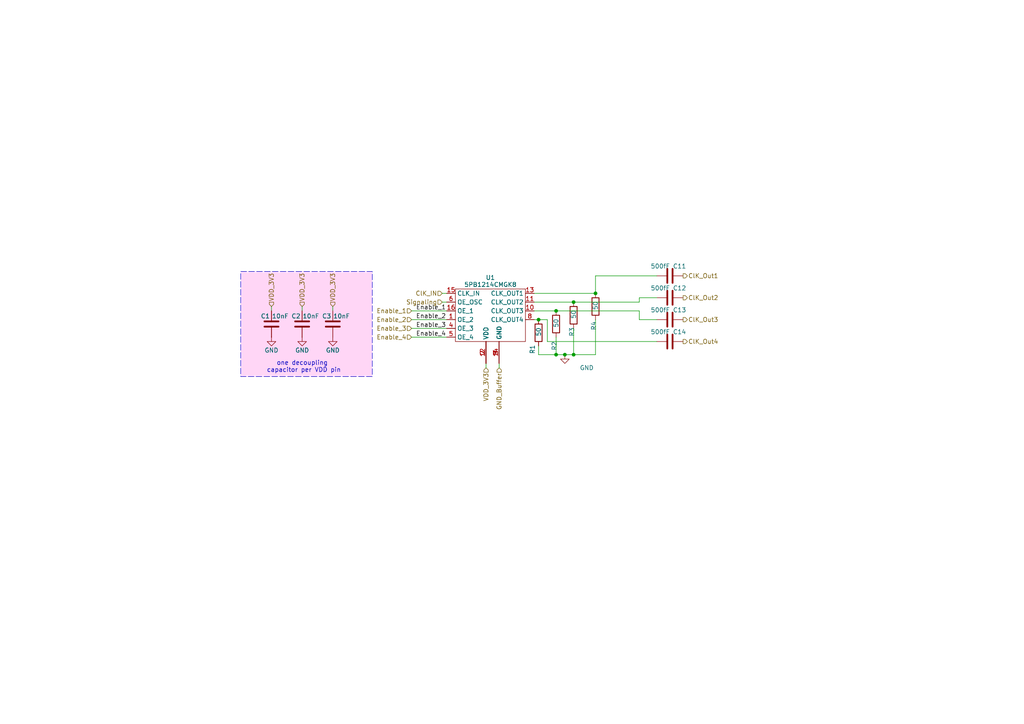
<source format=kicad_sch>
(kicad_sch (version 20250114) (generator "eeschema") (generator_version "9.0")
  (paper "A4")
  (title_block (title "16 Channels Clock Buffer") (date "2025-01-07") (rev "REV 0") (company "TU Darmstadt") (comment 1 "Author: Dr. Alexandru Enciu"))
  (lib_symbols
    (symbol "Custom_Symbols:5PB1214CMGK8"
      (property "Reference" "U" (at 0 0 0))
      (symbol "5PB1214CMGK8_0_1"
        (rectangle (start -10.16 -1.27) (end 10.16 -16.51))
      )
      (symbol "5PB1214CMGK8_1_1"
        (pin input line (at -12.7 -2.54 0) (length 2.54) (name "CLK_IN") (number "15"))
        (pin input line (at -12.7 -5.08 0) (length 2.54) (name "OE_OSC") (number "6"))
        (pin input line (at -12.7 -7.62 0) (length 2.54) (name "OE_1") (number "16"))
        (pin input line (at -12.7 -10.16 0) (length 2.54) (name "OE_2") (number "1"))
        (pin input line (at -12.7 -12.7 0) (length 2.54) (name "OE_3") (number "4"))
        (pin input line (at -12.7 -15.24 0) (length 2.54) (name "OE_4") (number "5"))
        (pin input line (at -1.27 -22.86 90) (length 6.35) (name "VDD") (number "12"))
        (pin input line (at -1.27 -22.86 90) (length 6.35) (name "VDD") (number "2"))
        (pin input line (at -1.27 -22.86 90) (length 6.35) (name "VDD") (number "7"))
        (pin input line (at 2.54 -22.86 90) (length 6.35) (name "GND") (number "14"))
        (pin input line (at 2.54 -22.86 90) (length 6.35) (name "GND") (number "3"))
        (pin input line (at 2.54 -22.86 90) (length 6.35) (name "GND") (number "9"))
        (pin input line (at 12.7 -2.54 180) (length 2.54) (name "CLK_OUT1") (number "13"))
        (pin input line (at 12.7 -5.08 180) (length 2.54) (name "CLK_OUT2") (number "11"))
        (pin input line (at 12.7 -7.62 180) (length 2.54) (name "CLK_OUT3") (number "10"))
        (pin input line (at 12.7 -10.16 180) (length 2.54) (name "CLK_OUT4") (number "8"))
      )
    )
    (symbol "Device:C" (pin_numbers (hide yes)) (pin_names (offset 0.254))
      (property "Reference" "C" (at 0.635 2.54 0))
      (property "Value" "C" (at 0.635 -2.54 0))
      (symbol "C_0_1"
        (polyline (pts (xy -2.032 0.762) (xy 2.032 0.762)) (stroke (width 0.508)))
        (polyline (pts (xy -2.032 -0.762) (xy 2.032 -0.762)) (stroke (width 0.508)))
      )
      (symbol "C_1_1"
        (pin passive line (at 0 3.81 270) (length 2.794) (name "~") (number "1"))
        (pin passive line (at 0 -3.81 90) (length 2.794) (name "~") (number "2"))
      )
    )
    (symbol "Device:R" (pin_numbers (hide yes)) (pin_names (offset 0))
      (property "Reference" "R" (at 2.032 0 90))
      (property "Value" "R" (at 0 0 90))
      (symbol "R_0_1"
        (rectangle (start -1.016 -2.54) (end 1.016 2.54) (stroke (width 0.254)))
      )
      (symbol "R_1_1"
        (pin passive line (at 0 3.81 270) (length 1.27) (name "~") (number "1"))
        (pin passive line (at 0 -3.81 90) (length 1.27) (name "~") (number "2"))
      )
    )
    (symbol "power:GND" (power) (pin_numbers (hide yes)) (pin_names (offset 0) (hide yes))
      (property "Value" "GND" (at 0 -3.81 0))
      (symbol "GND_0_1"
        (polyline (pts (xy 0 0) (xy 0 -1.27) (xy 1.27 -1.27) (xy 0 -2.54) (xy -1.27 -1.27) (xy 0 -1.27)))
      )
      (symbol "GND_1_1"
        (pin power_in line (at 0 0 270) (length 0) (name "~") (number "1"))
      )
    )
  )
  (rectangle (start 69.85 78.74) (end 107.95 109.22) (stroke (width 0) (type dash)) (fill (type color) (color 255 214 246 1)))
  (text "one decoupling \ncapacitor per VDD pin" (at 88.138 106.426 0) (effects (font (size 1.27 1.27))))
  (junction (at 156.21 92.71))
  (junction (at 166.37 87.63))
  (junction (at 161.29 90.17))
  (junction (at 172.72 85.09))
  (junction (at 161.29 102.87))
  (junction (at 163.83 102.87))
  (junction (at 166.37 102.87))
  (wire (pts (xy 154.94 90.17) (xy 161.29 90.17)))
  (wire (pts (xy 185.42 86.36) (xy 190.5 86.36)))
  (wire (pts (xy 140.97 106.68) (xy 140.97 105.41)))
  (wire (pts (xy 163.83 102.87) (xy 166.37 102.87)))
  (wire (pts (xy 128.27 85.09) (xy 129.54 85.09)))
  (wire (pts (xy 156.21 100.33) (xy 156.21 102.87)))
  (wire (pts (xy 161.29 97.79) (xy 161.29 102.87)))
  (wire (pts (xy 172.72 80.01) (xy 190.5 80.01)))
  (wire (pts (xy 172.72 80.01) (xy 172.72 85.09)))
  (wire (pts (xy 119.38 90.17) (xy 129.54 90.17)))
  (wire (pts (xy 161.29 90.17) (xy 185.42 90.17)))
  (wire (pts (xy 119.38 92.71) (xy 129.54 92.71)))
  (wire (pts (xy 158.75 99.06) (xy 190.5 99.06)))
  (wire (pts (xy 166.37 95.25) (xy 166.37 102.87)))
  (wire (pts (xy 128.27 87.63) (xy 129.54 87.63)))
  (wire (pts (xy 144.78 106.68) (xy 144.78 105.41)))
  (wire (pts (xy 154.94 85.09) (xy 172.72 85.09)))
  (wire (pts (xy 119.38 97.79) (xy 129.54 97.79)))
  (wire (pts (xy 185.42 87.63) (xy 185.42 86.36)))
  (wire (pts (xy 154.94 92.71) (xy 156.21 92.71)))
  (wire (pts (xy 119.38 95.25) (xy 129.54 95.25)))
  (wire (pts (xy 161.29 102.87) (xy 163.83 102.87)))
  (wire (pts (xy 185.42 92.71) (xy 190.5 92.71)))
  (wire (pts (xy 166.37 87.63) (xy 185.42 87.63)))
  (wire (pts (xy 156.21 92.71) (xy 158.75 92.71)))
  (wire (pts (xy 166.37 102.87) (xy 172.72 102.87)))
  (wire (pts (xy 87.63 88.9) (xy 87.63 90.17)))
  (wire (pts (xy 158.75 92.71) (xy 158.75 99.06)))
  (wire (pts (xy 185.42 90.17) (xy 185.42 92.71)))
  (wire (pts (xy 96.52 88.9) (xy 96.52 90.17)))
  (wire (pts (xy 172.72 92.71) (xy 172.72 102.87)))
  (wire (pts (xy 154.94 87.63) (xy 166.37 87.63)))
  (wire (pts (xy 78.74 88.9) (xy 78.74 90.17)))
  (wire (pts (xy 156.21 102.87) (xy 161.29 102.87)))
  (label "Enable_4" (at 120.65 97.79 0))
  (label "Enable_1" (at 120.65 90.17 0))
  (label "Enable_3" (at 120.65 95.25 0))
  (label "Enable_2" (at 120.65 92.71 0))
  (hierarchical_label "Signaling" (shape input) (at 128.27 87.63 180))
  (hierarchical_label "Enable_3" (shape input) (at 119.38 95.25 180))
  (hierarchical_label "VDD_3V3" (shape input) (at 87.63 88.9 90))
  (hierarchical_label "Enable_2" (shape input) (at 119.38 92.71 180))
  (hierarchical_label "VDD_3V3" (shape input) (at 140.97 106.68 270))
  (hierarchical_label "ClK_Out2" (shape output) (at 198.12 86.36 0))
  (hierarchical_label "ClK_Out4" (shape output) (at 198.12 99.06 0))
  (hierarchical_label "Enable_4" (shape input) (at 119.38 97.79 180))
  (hierarchical_label "VDD_3V3" (shape input) (at 78.74 88.9 90))
  (hierarchical_label "GND_Buffer" (shape input) (at 144.78 106.68 270))
  (hierarchical_label "ClK_IN" (shape input) (at 128.27 85.09 180))
  (hierarchical_label "ClK_Out1" (shape output) (at 198.12 80.01 0))
  (hierarchical_label "Enable_1" (shape input) (at 119.38 90.17 180))
  (hierarchical_label "ClK_Out3" (shape output) (at 198.12 92.71 0))
  (hierarchical_label "VDD_3V3" (shape input) (at 96.52 88.9 90))
  (symbol (lib_id "Device:R") (at 172.72 88.9 0) (mirror x) (unit 1)
    (property "Reference" "R4" (at 172.212 94.488 90))
    (property "Value" "50" (at 172.72 88.646 90))
    (property "Footprint" "Resistor_SMD:R_0402_1005Metric" (effects (hide yes)))
    (property "Description" "Resistor" (effects (hide yes)))
    (instances (project "Card_Adapter_Flex_AddOn" (path "" (reference "R4") (unit 1)) (path "" (reference "R16") (unit 1))))
  )
  (symbol (lib_id "Device:R") (at 161.29 93.98 0) (mirror x) (unit 1)
    (property "Reference" "R2" (at 160.782 100.33 90))
    (property "Value" "50" (at 161.29 93.726 90))
    (property "Footprint" "Resistor_SMD:R_0402_1005Metric" (effects (hide yes)))
    (property "Description" "Resistor" (effects (hide yes)))
    (instances (project "Card_Adapter_Flex_AddOn" (path "" (reference "R2") (unit 1)) (path "" (reference "R14") (unit 1))))
  )
  (symbol (lib_id "power:GND") (at 78.74 97.79 0) (unit 1)
    (property "Reference" "#PWR047" (effects (hide yes)))
    (property "Value" "GND" (at 78.74 101.6 0))
    (property "Description" "Power symbol creates a global label with name \"GND\" , ground" (effects (hide yes)))
    (instances (project "" (path "" (reference "#PWR047") (unit 1)) (path "" (reference "#PWR051") (unit 1))))
  )
  (symbol (lib_id "Device:C") (at 194.31 86.36 270) (unit 1)
    (property "Reference" "C12" (at 197.104 83.566 90))
    (property "Value" "500fF" (at 191.516 83.566 90))
    (property "Footprint" "Capacitor_SMD:C_0402_1005Metric" (effects (hide yes)))
    (property "Description" "Unpolarized capacitor" (effects (hide yes)))
    (instances (project "Card_Adapter_Flex_AddOn" (path "" (reference "C12") (unit 1)) (path "" (reference "C19") (unit 1))))
  )
  (symbol (lib_id "Device:C") (at 194.31 80.01 270) (unit 1)
    (property "Reference" "C11" (at 197.104 77.216 90))
    (property "Value" "500fF" (at 191.516 77.216 90))
    (property "Footprint" "Capacitor_SMD:C_0402_1005Metric" (effects (hide yes)))
    (property "Description" "Unpolarized capacitor" (effects (hide yes)))
    (instances (project "Card_Adapter_Flex_AddOn" (path "" (reference "C11") (unit 1)) (path "" (reference "C18") (unit 1))))
  )
  (symbol (lib_id "Device:R") (at 166.37 91.44 0) (mirror x) (unit 1)
    (property "Reference" "R3" (at 165.862 96.266 90))
    (property "Value" "50" (at 166.37 91.186 90))
    (property "Footprint" "Resistor_SMD:R_0402_1005Metric" (effects (hide yes)))
    (property "Description" "Resistor" (effects (hide yes)))
    (instances (project "Card_Adapter_Flex_AddOn" (path "" (reference "R3") (unit 1)) (path "" (reference "R15") (unit 1))))
  )
  (symbol (lib_id "Device:C") (at 194.31 92.71 270) (unit 1)
    (property "Reference" "C13" (at 197.104 89.916 90))
    (property "Value" "500fF" (at 191.516 89.916 90))
    (property "Footprint" "Capacitor_SMD:C_0402_1005Metric" (effects (hide yes)))
    (property "Description" "Unpolarized capacitor" (effects (hide yes)))
    (instances (project "Card_Adapter_Flex_AddOn" (path "" (reference "C13") (unit 1)) (path "" (reference "C20") (unit 1))))
  )
  (symbol (lib_id "power:GND") (at 163.83 102.87 0) (unit 1)
    (property "Reference" "#PWR050" (effects (hide yes)))
    (property "Value" "GND" (at 170.18 106.68 0))
    (property "Description" "Power symbol creates a global label with name \"GND\" , ground" (effects (hide yes)))
    (instances (project "Card_Adapter_Flex_AddOn" (path "" (reference "#PWR050") (unit 1)) (path "" (reference "#PWR054") (unit 1))))
  )
  (symbol (lib_id "Device:C") (at 78.74 93.98 180) (unit 1)
    (property "Reference" "C1" (at 76.962 91.694 0))
    (property "Value" "10nF" (at 81.28 91.694 0))
    (property "Footprint" "Capacitor_SMD:C_0402_1005Metric" (effects (hide yes)))
    (property "Description" "Unpolarized capacitor" (effects (hide yes)))
    (instances (project "Card_Adapter_Flex_AddOn" (path "" (reference "C1") (unit 1)) (path "" (reference "C15") (unit 1))))
  )
  (symbol (lib_id "power:GND") (at 96.52 97.79 0) (unit 1)
    (property "Reference" "#PWR049" (effects (hide yes)))
    (property "Value" "GND" (at 96.52 101.6 0))
    (property "Description" "Power symbol creates a global label with name \"GND\" , ground" (effects (hide yes)))
    (instances (project "" (path "" (reference "#PWR049") (unit 1)) (path "" (reference "#PWR053") (unit 1))))
  )
  (symbol (lib_id "power:GND") (at 87.63 97.79 0) (unit 1)
    (property "Reference" "#PWR048" (effects (hide yes)))
    (property "Value" "GND" (at 87.63 101.6 0))
    (property "Description" "Power symbol creates a global label with name \"GND\" , ground" (effects (hide yes)))
    (instances (project "" (path "" (reference "#PWR048") (unit 1)) (path "" (reference "#PWR052") (unit 1))))
  )
  (symbol (lib_id "Device:C") (at 194.31 99.06 270) (unit 1)
    (property "Reference" "C14" (at 197.104 96.266 90))
    (property "Value" "500fF" (at 191.516 96.266 90))
    (property "Footprint" "Capacitor_SMD:C_0402_1005Metric" (effects (hide yes)))
    (property "Description" "Unpolarized capacitor" (effects (hide yes)))
    (instances (project "Card_Adapter_Flex_AddOn" (path "" (reference "C14") (unit 1)) (path "" (reference "C21") (unit 1))))
  )
  (symbol (lib_id "Custom_Symbols:5PB1214CMGK8") (at 142.24 82.55 0) (unit 1)
    (property "Reference" "U1" (at 142.24 80.518 0))
    (property "Value" "5PB1214CMGK8" (at 142.24 82.55 0))
    (property "Footprint" "0-lib:5PB1214CMGK8" (effects (hide yes)))
    (property "Description" "5PB1214CMGK8" (effects (hide yes)))
    (instances (project "Card_Adapter_Flex_AddOn" (path "" (reference "U1") (unit 1)) (path "" (reference "U3") (unit 1))))
  )
  (symbol (lib_id "Device:R") (at 156.21 96.52 0) (mirror x) (unit 1)
    (property "Reference" "R1" (at 154.432 101.346 90))
    (property "Value" "50" (at 156.21 96.266 90))
    (property "Footprint" "Resistor_SMD:R_0402_1005Metric" (effects (hide yes)))
    (property "Description" "Resistor" (effects (hide yes)))
    (instances (project "Card_Adapter_Flex_AddOn" (path "" (reference "R1") (unit 1)) (path "" (reference "R13") (unit 1))))
  )
  (symbol (lib_id "Device:C") (at 96.52 93.98 180) (unit 1)
    (property "Reference" "C3" (at 94.742 91.694 0))
    (property "Value" "10nF" (at 99.06 91.694 0))
    (property "Footprint" "Capacitor_SMD:C_0402_1005Metric" (effects (hide yes)))
    (property "Description" "Unpolarized capacitor" (effects (hide yes)))
    (instances (project "Card_Adapter_Flex_AddOn" (path "" (reference "C3") (unit 1)) (path "" (reference "C17") (unit 1))))
  )
  (symbol (lib_id "Device:C") (at 87.63 93.98 180) (unit 1)
    (property "Reference" "C2" (at 85.852 91.694 0))
    (property "Value" "10nF" (at 90.17 91.694 0))
    (property "Footprint" "Capacitor_SMD:C_0402_1005Metric" (effects (hide yes)))
    (property "Description" "Unpolarized capacitor" (effects (hide yes)))
    (instances (project "Card_Adapter_Flex_AddOn" (path "" (reference "C2") (unit 1)) (path "" (reference "C16") (unit 1))))
  )
)
</source>
